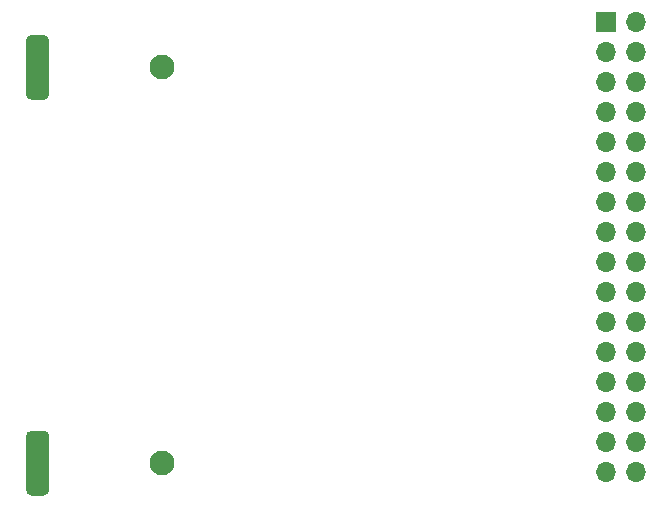
<source format=gbr>
%TF.GenerationSoftware,KiCad,Pcbnew,(5.1.10)-1*%
%TF.CreationDate,2021-11-02T23:54:37+01:00*%
%TF.ProjectId,Board0,426f6172-6430-42e6-9b69-6361645f7063,rev?*%
%TF.SameCoordinates,Original*%
%TF.FileFunction,Soldermask,Bot*%
%TF.FilePolarity,Negative*%
%FSLAX46Y46*%
G04 Gerber Fmt 4.6, Leading zero omitted, Abs format (unit mm)*
G04 Created by KiCad (PCBNEW (5.1.10)-1) date 2021-11-02 23:54:37*
%MOMM*%
%LPD*%
G01*
G04 APERTURE LIST*
%ADD10O,1.700000X1.700000*%
%ADD11R,1.700000X1.700000*%
%ADD12C,2.100000*%
G04 APERTURE END LIST*
D10*
%TO.C,J1*%
X133180000Y-140780000D03*
X130640000Y-140780000D03*
X133180000Y-138240000D03*
X130640000Y-138240000D03*
X133180000Y-135700000D03*
X130640000Y-135700000D03*
X133180000Y-133160000D03*
X130640000Y-133160000D03*
X133180000Y-130620000D03*
X130640000Y-130620000D03*
X133180000Y-128080000D03*
X130640000Y-128080000D03*
X133180000Y-125540000D03*
X130640000Y-125540000D03*
X133180000Y-123000000D03*
X130640000Y-123000000D03*
X133180000Y-120460000D03*
X130640000Y-120460000D03*
X133180000Y-117920000D03*
X130640000Y-117920000D03*
X133180000Y-115380000D03*
X130640000Y-115380000D03*
X133180000Y-112840000D03*
X130640000Y-112840000D03*
X133180000Y-110300000D03*
X130640000Y-110300000D03*
X133180000Y-107760000D03*
X130640000Y-107760000D03*
X133180000Y-105220000D03*
X130640000Y-105220000D03*
X133180000Y-102680000D03*
D11*
X130640000Y-102680000D03*
%TD*%
%TO.C,U1*%
G36*
G01*
X81500000Y-142250000D02*
X81500000Y-137750000D01*
G75*
G02*
X82000000Y-137250000I500000J0D01*
G01*
X83000000Y-137250000D01*
G75*
G02*
X83500000Y-137750000I0J-500000D01*
G01*
X83500000Y-142250000D01*
G75*
G02*
X83000000Y-142750000I-500000J0D01*
G01*
X82000000Y-142750000D01*
G75*
G02*
X81500000Y-142250000I0J500000D01*
G01*
G37*
G36*
G01*
X81500000Y-108750000D02*
X81500000Y-104250000D01*
G75*
G02*
X82000000Y-103750000I500000J0D01*
G01*
X83000000Y-103750000D01*
G75*
G02*
X83500000Y-104250000I0J-500000D01*
G01*
X83500000Y-108750000D01*
G75*
G02*
X83000000Y-109250000I-500000J0D01*
G01*
X82000000Y-109250000D01*
G75*
G02*
X81500000Y-108750000I0J500000D01*
G01*
G37*
D12*
X93000000Y-140000000D03*
X93000000Y-106500000D03*
%TD*%
M02*

</source>
